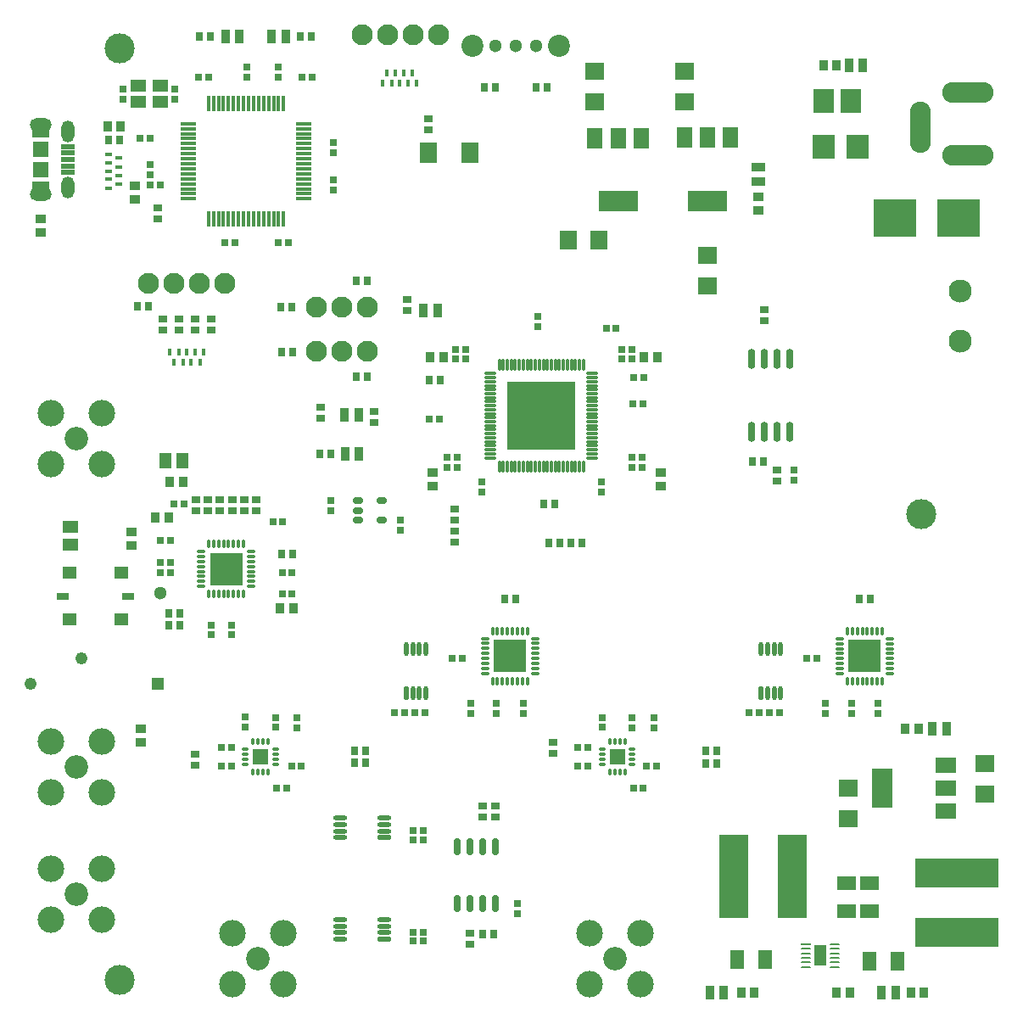
<source format=gts>
G04*
G04 #@! TF.GenerationSoftware,Altium Limited,Altium Designer,21.8.1 (53)*
G04*
G04 Layer_Color=8388736*
%FSLAX44Y44*%
%MOMM*%
G71*
G04*
G04 #@! TF.SameCoordinates,C9995BEE-8401-4B8A-9B38-06C5FF24312F*
G04*
G04*
G04 #@! TF.FilePolarity,Negative*
G04*
G01*
G75*
%ADD20R,3.9000X2.1000*%
%ADD21R,1.6000X2.1000*%
%ADD22R,1.9000X1.8000*%
%ADD23R,0.7500X0.8500*%
%ADD24O,0.3500X1.0000*%
%ADD25O,0.8000X0.3000*%
%ADD26O,0.3000X0.8000*%
%ADD27R,0.7000X0.7000*%
%ADD28R,0.8500X0.7500*%
%ADD29R,0.7000X0.7000*%
%ADD30O,0.7500X1.7500*%
%ADD31O,1.4000X0.5000*%
%ADD32O,0.5000X1.4000*%
%ADD33C,3.0000*%
G04:AMPARAMS|DCode=34|XSize=0.6mm|YSize=1mm|CornerRadius=0.175mm|HoleSize=0mm|Usage=FLASHONLY|Rotation=90.000|XOffset=0mm|YOffset=0mm|HoleType=Round|Shape=RoundedRectangle|*
%AMROUNDEDRECTD34*
21,1,0.6000,0.6500,0,0,90.0*
21,1,0.2500,1.0000,0,0,90.0*
1,1,0.3500,0.3250,0.1250*
1,1,0.3500,0.3250,-0.1250*
1,1,0.3500,-0.3250,-0.1250*
1,1,0.3500,-0.3250,0.1250*
%
%ADD34ROUNDEDRECTD34*%
%ADD35R,1.0500X0.9000*%
%ADD36R,1.3470X1.1890*%
G04:AMPARAMS|DCode=37|XSize=0.5mm|YSize=1.4mm|CornerRadius=0.15mm|HoleSize=0mm|Usage=FLASHONLY|Rotation=270.000|XOffset=0mm|YOffset=0mm|HoleType=Round|Shape=RoundedRectangle|*
%AMROUNDEDRECTD37*
21,1,0.5000,1.1000,0,0,270.0*
21,1,0.2000,1.4000,0,0,270.0*
1,1,0.3000,-0.5500,-0.1000*
1,1,0.3000,-0.5500,0.1000*
1,1,0.3000,0.5500,0.1000*
1,1,0.3000,0.5500,-0.1000*
%
%ADD37ROUNDEDRECTD37*%
G04:AMPARAMS|DCode=38|XSize=0.5mm|YSize=1.4mm|CornerRadius=0.15mm|HoleSize=0mm|Usage=FLASHONLY|Rotation=180.000|XOffset=0mm|YOffset=0mm|HoleType=Round|Shape=RoundedRectangle|*
%AMROUNDEDRECTD38*
21,1,0.5000,1.1000,0,0,180.0*
21,1,0.2000,1.4000,0,0,180.0*
1,1,0.3000,-0.1000,0.5500*
1,1,0.3000,0.1000,0.5500*
1,1,0.3000,0.1000,-0.5500*
1,1,0.3000,-0.1000,-0.5500*
%
%ADD38ROUNDEDRECTD38*%
%ADD39R,1.6000X1.6000*%
%ADD40O,1.0000X0.3500*%
%ADD41R,3.2000X3.2000*%
%ADD42R,0.9000X1.4000*%
%ADD43R,1.4000X0.9000*%
%ADD44R,1.8000X1.9000*%
%ADD45R,1.7000X2.1000*%
%ADD46R,1.5500X1.2500*%
%ADD47R,1.2906X0.7628*%
%ADD48R,0.3000X0.8000*%
%ADD49R,3.2000X3.2000*%
%ADD50R,0.9500X1.1000*%
%ADD51O,1.2500X0.3000*%
%ADD52O,0.3000X1.2500*%
%ADD53R,6.8400X6.8400*%
%ADD54R,1.1000X0.9500*%
%ADD55R,1.2900X1.5700*%
%ADD56R,0.9000X1.0500*%
%ADD57R,2.9000X8.3000*%
%ADD58R,8.3000X2.9000*%
%ADD59R,2.2600X2.3600*%
%ADD60R,2.0500X2.3500*%
%ADD61R,1.4000X1.9000*%
%ADD62R,1.9000X1.4000*%
G04:AMPARAMS|DCode=63|XSize=1.0096mm|YSize=0.1925mm|CornerRadius=0.0962mm|HoleSize=0mm|Usage=FLASHONLY|Rotation=0.000|XOffset=0mm|YOffset=0mm|HoleType=Round|Shape=RoundedRectangle|*
%AMROUNDEDRECTD63*
21,1,1.0096,0.0000,0,0,0.0*
21,1,0.8172,0.1925,0,0,0.0*
1,1,0.1925,0.4086,0.0000*
1,1,0.1925,-0.4086,0.0000*
1,1,0.1925,-0.4086,0.0000*
1,1,0.1925,0.4086,0.0000*
%
%ADD63ROUNDEDRECTD63*%
%ADD64R,1.0096X0.1925*%
%ADD65R,1.3100X2.1200*%
%ADD66R,2.1000X1.6000*%
%ADD67R,2.1000X3.9000*%
%ADD68R,1.4500X0.5000*%
%ADD69R,1.6500X1.6000*%
%ADD70R,0.8000X0.3000*%
%ADD71O,0.4000X1.5500*%
%ADD72O,1.5500X0.4000*%
%ADD73R,1.5500X0.4000*%
%ADD74R,1.5000X1.2500*%
%ADD75O,0.7500X2.0000*%
%ADD76R,4.2418X3.8100*%
%ADD77C,2.1000*%
%ADD78C,2.6500*%
%ADD79C,2.3500*%
%ADD80C,1.2400*%
%ADD81R,1.2400X1.2400*%
%ADD82C,2.2000*%
%ADD83C,1.3000*%
%ADD84O,2.2000X1.3000*%
%ADD85O,1.3000X2.2000*%
%ADD86O,5.1000X2.1000*%
%ADD87O,2.1000X5.1000*%
%ADD88C,2.3000*%
%ADD89C,0.7000*%
G36*
X30245Y817909D02*
X30225Y817648D01*
X30191Y817388D01*
X30143Y817131D01*
X30082Y816876D01*
X30008Y816625D01*
X29920Y816379D01*
X29820Y816137D01*
X29707Y815900D01*
X29583Y815670D01*
X29446Y815447D01*
X29297Y815231D01*
X29138Y815024D01*
X28968Y814825D01*
X28788Y814635D01*
X28598Y814455D01*
X28399Y814285D01*
X28191Y814125D01*
X27975Y813977D01*
X27752Y813840D01*
X27522Y813715D01*
X27286Y813603D01*
X27044Y813503D01*
X26797Y813415D01*
X26546Y813341D01*
X26292Y813280D01*
X26035Y813232D01*
X25775Y813198D01*
X25514Y813177D01*
X25252Y813170D01*
X17752D01*
X17491Y813177D01*
X17230Y813198D01*
X16970Y813232D01*
X16713Y813280D01*
X16458Y813341D01*
X16207Y813415D01*
X15961Y813503D01*
X15719Y813603D01*
X15482Y813715D01*
X15252Y813840D01*
X15029Y813977D01*
X14813Y814125D01*
X14606Y814285D01*
X14407Y814455D01*
X14217Y814635D01*
X14037Y814825D01*
X13867Y815024D01*
X13707Y815231D01*
X13559Y815447D01*
X13422Y815670D01*
X13297Y815900D01*
X13185Y816137D01*
X13084Y816379D01*
X12997Y816625D01*
X12923Y816876D01*
X12862Y817131D01*
X12814Y817388D01*
X12780Y817648D01*
X12759Y817909D01*
X12752Y818170D01*
Y832170D01*
X30252D01*
Y818170D01*
X30245Y817909D01*
D02*
G37*
G36*
X12752Y876170D02*
Y890170D01*
X12759Y890432D01*
X12780Y890693D01*
X12814Y890953D01*
X12862Y891210D01*
X12923Y891464D01*
X12997Y891715D01*
X13084Y891962D01*
X13185Y892204D01*
X13297Y892440D01*
X13422Y892670D01*
X13559Y892894D01*
X13707Y893109D01*
X13867Y893317D01*
X14037Y893516D01*
X14217Y893706D01*
X14407Y893886D01*
X14606Y894056D01*
X14813Y894215D01*
X15029Y894364D01*
X15252Y894501D01*
X15482Y894625D01*
X15719Y894738D01*
X15961Y894838D01*
X16207Y894926D01*
X16458Y895000D01*
X16713Y895061D01*
X16970Y895109D01*
X17230Y895143D01*
X17491Y895163D01*
X17752Y895170D01*
X25252D01*
X25514Y895163D01*
X25775Y895143D01*
X26035Y895109D01*
X26292Y895061D01*
X26546Y895000D01*
X26797Y894926D01*
X27044Y894838D01*
X27286Y894738D01*
X27522Y894625D01*
X27752Y894501D01*
X27975Y894364D01*
X28191Y894215D01*
X28399Y894056D01*
X28598Y893886D01*
X28788Y893706D01*
X28968Y893516D01*
X29138Y893317D01*
X29297Y893109D01*
X29446Y892894D01*
X29583Y892670D01*
X29707Y892440D01*
X29820Y892204D01*
X29920Y891962D01*
X30008Y891715D01*
X30082Y891464D01*
X30143Y891210D01*
X30191Y890953D01*
X30225Y890693D01*
X30245Y890432D01*
X30252Y890170D01*
Y876170D01*
X12752D01*
D02*
G37*
D20*
X597825Y812460D02*
D03*
X687250Y812750D02*
D03*
D21*
X597825Y875460D02*
D03*
X574824D02*
D03*
X620825D02*
D03*
X710250Y875750D02*
D03*
X664250D02*
D03*
X687250D02*
D03*
D22*
X574824Y911755D02*
D03*
Y942255D02*
D03*
X964000Y251000D02*
D03*
Y220500D02*
D03*
X664236Y942255D02*
D03*
Y911755D02*
D03*
X687250Y727590D02*
D03*
Y758090D02*
D03*
X827495Y226790D02*
D03*
Y196290D02*
D03*
D23*
X696398Y264196D02*
D03*
Y251697D02*
D03*
X346109Y264326D02*
D03*
Y251827D02*
D03*
X685398Y251697D02*
D03*
Y264196D02*
D03*
X335109Y251827D02*
D03*
Y264326D02*
D03*
X473500Y81250D02*
D03*
X336230Y733000D02*
D03*
X347230D02*
D03*
X484462Y415423D02*
D03*
X495462D02*
D03*
X311000Y560750D02*
D03*
X300000D02*
D03*
X516179Y926455D02*
D03*
X527179D02*
D03*
X464323Y926455D02*
D03*
X475323D02*
D03*
X523884Y510502D02*
D03*
X534884D02*
D03*
X550685Y471213D02*
D03*
X561685D02*
D03*
X539653D02*
D03*
X528653D02*
D03*
X262000Y460503D02*
D03*
X160811Y400951D02*
D03*
Y388958D02*
D03*
X409110Y634250D02*
D03*
X420110D02*
D03*
X462500Y81250D02*
D03*
X261499Y706480D02*
D03*
X272499D02*
D03*
X149810Y400951D02*
D03*
Y388958D02*
D03*
X273000Y460503D02*
D03*
X100142Y874000D02*
D03*
X89143D02*
D03*
X129385Y707533D02*
D03*
X118385D02*
D03*
X280517Y976984D02*
D03*
X291517D02*
D03*
X191278D02*
D03*
X180278D02*
D03*
X838616Y415423D02*
D03*
X849616D02*
D03*
X742586Y552662D02*
D03*
X731586D02*
D03*
X273002Y661881D02*
D03*
X262002D02*
D03*
X336230Y637780D02*
D03*
X347230D02*
D03*
D24*
X841611Y333577D02*
D03*
X846611D02*
D03*
X487493Y333696D02*
D03*
X492493D02*
D03*
X472493D02*
D03*
X826611Y383477D02*
D03*
X831611D02*
D03*
X477493Y383596D02*
D03*
X472493D02*
D03*
X482493D02*
D03*
X487493D02*
D03*
X492493D02*
D03*
X497493D02*
D03*
X502493D02*
D03*
X507493D02*
D03*
X477493Y333696D02*
D03*
X482493D02*
D03*
X497493D02*
D03*
X502493D02*
D03*
X507493D02*
D03*
X826611Y333577D02*
D03*
X224081Y470538D02*
D03*
X219081D02*
D03*
X214081D02*
D03*
X209081D02*
D03*
X204081D02*
D03*
X199081D02*
D03*
X194081D02*
D03*
X189081D02*
D03*
Y420638D02*
D03*
X194081D02*
D03*
X199081D02*
D03*
X204081D02*
D03*
X209081D02*
D03*
X214081D02*
D03*
X219081D02*
D03*
X224081D02*
D03*
X836611Y383477D02*
D03*
X841611D02*
D03*
X846611D02*
D03*
X851611D02*
D03*
X856611D02*
D03*
X861611D02*
D03*
X831611Y333577D02*
D03*
X836611D02*
D03*
X851611D02*
D03*
X856611D02*
D03*
X861611D02*
D03*
D25*
X612013Y255448D02*
D03*
Y260448D02*
D03*
X255874Y255567D02*
D03*
Y260567D02*
D03*
X612013Y265448D02*
D03*
X255874Y265567D02*
D03*
X582013Y260448D02*
D03*
X225874Y260567D02*
D03*
X582013Y250448D02*
D03*
Y255448D02*
D03*
Y265448D02*
D03*
X612013Y250448D02*
D03*
X225874Y250567D02*
D03*
Y255567D02*
D03*
Y265567D02*
D03*
X255874Y250567D02*
D03*
D26*
X599513Y242948D02*
D03*
X604513D02*
D03*
X243374Y243067D02*
D03*
X248374D02*
D03*
X589513Y272948D02*
D03*
X594513D02*
D03*
X599513D02*
D03*
X604513D02*
D03*
X594513Y242948D02*
D03*
X589513D02*
D03*
X233374Y273067D02*
D03*
X238374D02*
D03*
X243374D02*
D03*
X248374D02*
D03*
X238374Y243067D02*
D03*
X233374D02*
D03*
D27*
X613013Y226757D02*
D03*
X257000Y226750D02*
D03*
X267000D02*
D03*
X393283Y74062D02*
D03*
X403283D02*
D03*
X384403Y301924D02*
D03*
X374403D02*
D03*
X403283Y175454D02*
D03*
X393283D02*
D03*
Y83080D02*
D03*
X403283D02*
D03*
X394936Y301924D02*
D03*
X404936D02*
D03*
X393268Y184524D02*
D03*
X403268D02*
D03*
X623013Y226757D02*
D03*
X636250Y249000D02*
D03*
X626250D02*
D03*
X271920Y248876D02*
D03*
X281920D02*
D03*
X557843Y248757D02*
D03*
X567843D02*
D03*
X211704Y248876D02*
D03*
X201704D02*
D03*
X557843Y267069D02*
D03*
X567843D02*
D03*
X211704Y267188D02*
D03*
X201704D02*
D03*
X442036Y356146D02*
D03*
X432036D02*
D03*
X759054Y301805D02*
D03*
X749054D02*
D03*
X728521D02*
D03*
X738521D02*
D03*
X419610Y594651D02*
D03*
X409610D02*
D03*
X179077Y936620D02*
D03*
X189077D02*
D03*
X130933Y829170D02*
D03*
X140933D02*
D03*
X141005Y473587D02*
D03*
X151005D02*
D03*
X151051Y441560D02*
D03*
X141051D02*
D03*
X141005Y452088D02*
D03*
X151005D02*
D03*
X154485Y510544D02*
D03*
X164485D02*
D03*
X253286Y492250D02*
D03*
X263286D02*
D03*
X272499Y441560D02*
D03*
X262499D02*
D03*
Y420323D02*
D03*
X272499D02*
D03*
X612953Y610270D02*
D03*
X622953D02*
D03*
X215485Y770878D02*
D03*
X205485D02*
D03*
X259002D02*
D03*
X269002D02*
D03*
X130934Y874921D02*
D03*
X120934D02*
D03*
X282727Y936620D02*
D03*
X292727D02*
D03*
X796154Y356027D02*
D03*
X786154D02*
D03*
X595897Y685896D02*
D03*
X585897D02*
D03*
X623226Y636560D02*
D03*
X613226D02*
D03*
D28*
X475151Y209262D02*
D03*
X532593Y261198D02*
D03*
X175491Y260567D02*
D03*
X434716Y505301D02*
D03*
Y494301D02*
D03*
X175491Y249567D02*
D03*
X532593Y272198D02*
D03*
X408345Y894977D02*
D03*
Y883977D02*
D03*
X434716Y483333D02*
D03*
Y472333D02*
D03*
X387137Y703139D02*
D03*
Y714139D02*
D03*
X236580Y503370D02*
D03*
X224580D02*
D03*
X212580Y503370D02*
D03*
X200580Y503370D02*
D03*
X188580D02*
D03*
X176580D02*
D03*
X138699Y806255D02*
D03*
Y795255D02*
D03*
X354500Y591900D02*
D03*
Y602900D02*
D03*
X300750Y606896D02*
D03*
Y595896D02*
D03*
X449751Y70762D02*
D03*
Y81762D02*
D03*
X462451Y209262D02*
D03*
Y198262D02*
D03*
X475151Y198262D02*
D03*
X212580Y514370D02*
D03*
X200580Y514370D02*
D03*
X236580D02*
D03*
X224580D02*
D03*
X188580D02*
D03*
X176580D02*
D03*
X143410Y683775D02*
D03*
Y694775D02*
D03*
X159410Y683775D02*
D03*
Y694775D02*
D03*
X175410Y683775D02*
D03*
Y694775D02*
D03*
X191409Y683775D02*
D03*
Y694775D02*
D03*
X756850Y544043D02*
D03*
Y533043D02*
D03*
X744150Y704000D02*
D03*
Y693000D02*
D03*
D29*
X633430Y287131D02*
D03*
X277291Y287250D02*
D03*
X380299Y494433D02*
D03*
Y484433D02*
D03*
X310727Y513564D02*
D03*
Y503564D02*
D03*
X277291Y297250D02*
D03*
X255874Y287406D02*
D03*
Y297406D02*
D03*
X225874Y297567D02*
D03*
Y287567D02*
D03*
X633430Y297131D02*
D03*
X612013Y287287D02*
D03*
Y297287D02*
D03*
X582013Y297448D02*
D03*
Y287448D02*
D03*
X503248Y301178D02*
D03*
Y311178D02*
D03*
X476648Y301178D02*
D03*
Y311178D02*
D03*
X450671Y301178D02*
D03*
Y311178D02*
D03*
X857366Y301059D02*
D03*
Y311059D02*
D03*
X445496Y654902D02*
D03*
Y664902D02*
D03*
X497493Y111760D02*
D03*
Y101760D02*
D03*
X437036Y546590D02*
D03*
Y556590D02*
D03*
X427155Y556590D02*
D03*
Y546590D02*
D03*
X461979Y522473D02*
D03*
Y532473D02*
D03*
X212420Y379708D02*
D03*
Y389708D02*
D03*
X191679Y379708D02*
D03*
Y389708D02*
D03*
X130933Y849170D02*
D03*
Y839170D02*
D03*
X103673Y924564D02*
D03*
Y914564D02*
D03*
X155557Y924564D02*
D03*
Y914564D02*
D03*
X227587Y936620D02*
D03*
Y946620D02*
D03*
X313502Y823920D02*
D03*
Y833920D02*
D03*
X313502Y860806D02*
D03*
Y870806D02*
D03*
X259007Y946620D02*
D03*
Y936620D02*
D03*
X830766Y311059D02*
D03*
Y301059D02*
D03*
X804789Y311059D02*
D03*
Y301059D02*
D03*
X611470Y664902D02*
D03*
Y654902D02*
D03*
X601420D02*
D03*
Y664902D02*
D03*
X773500Y544293D02*
D03*
Y534293D02*
D03*
X517916Y687700D02*
D03*
Y697700D02*
D03*
X581170Y532473D02*
D03*
Y522473D02*
D03*
X621470Y546590D02*
D03*
Y556590D02*
D03*
X611470Y546590D02*
D03*
Y556590D02*
D03*
X435231Y654902D02*
D03*
Y664902D02*
D03*
D30*
X437051Y111762D02*
D03*
X449751Y168262D02*
D03*
Y111762D02*
D03*
X462451D02*
D03*
X475151D02*
D03*
X437051Y168262D02*
D03*
X462451D02*
D03*
X475151D02*
D03*
D31*
X364559Y95577D02*
D03*
Y89077D02*
D03*
Y196969D02*
D03*
Y190469D02*
D03*
Y82577D02*
D03*
X320559Y76077D02*
D03*
Y82577D02*
D03*
Y89077D02*
D03*
Y95577D02*
D03*
X364559Y183969D02*
D03*
X320559Y177469D02*
D03*
Y183969D02*
D03*
Y190469D02*
D03*
Y196969D02*
D03*
D32*
X399421Y321899D02*
D03*
X405921D02*
D03*
Y365899D02*
D03*
X399421D02*
D03*
X392921D02*
D03*
X386421D02*
D03*
X392921Y321899D02*
D03*
X760039Y321780D02*
D03*
X753539D02*
D03*
X747039D02*
D03*
X740539Y365780D02*
D03*
X747039D02*
D03*
X753539D02*
D03*
X760039D02*
D03*
D33*
X100000Y35000D02*
D03*
Y965000D02*
D03*
X900000Y500000D02*
D03*
D34*
X338256Y494550D02*
D03*
X362256D02*
D03*
X338256Y504050D02*
D03*
Y513550D02*
D03*
X362256D02*
D03*
D35*
X121368Y272884D02*
D03*
Y285884D02*
D03*
X737726Y803500D02*
D03*
Y816500D02*
D03*
D36*
X101750Y395410D02*
D03*
X50750D02*
D03*
X101750Y441590D02*
D03*
X50750D02*
D03*
D37*
X364559Y76077D02*
D03*
Y177469D02*
D03*
D38*
X386421Y321899D02*
D03*
X740539Y321780D02*
D03*
D39*
X597013Y257948D02*
D03*
X240874Y258067D02*
D03*
D40*
X465043Y376146D02*
D03*
Y371146D02*
D03*
Y366146D02*
D03*
Y361146D02*
D03*
Y356146D02*
D03*
Y351146D02*
D03*
Y346146D02*
D03*
Y341146D02*
D03*
X514943D02*
D03*
Y346146D02*
D03*
Y351146D02*
D03*
Y356146D02*
D03*
Y361146D02*
D03*
Y366146D02*
D03*
Y371146D02*
D03*
Y376146D02*
D03*
X231531Y463088D02*
D03*
Y458088D02*
D03*
Y453088D02*
D03*
Y448088D02*
D03*
Y443088D02*
D03*
Y438088D02*
D03*
Y433088D02*
D03*
Y428088D02*
D03*
X181631Y463088D02*
D03*
Y458088D02*
D03*
Y453088D02*
D03*
Y448088D02*
D03*
Y443088D02*
D03*
Y438088D02*
D03*
Y433088D02*
D03*
Y428088D02*
D03*
X819161Y376027D02*
D03*
Y371027D02*
D03*
Y366027D02*
D03*
Y361027D02*
D03*
Y356027D02*
D03*
Y351027D02*
D03*
Y346027D02*
D03*
Y341027D02*
D03*
X869061D02*
D03*
Y346027D02*
D03*
Y351027D02*
D03*
Y356027D02*
D03*
Y361027D02*
D03*
Y366027D02*
D03*
Y371027D02*
D03*
Y376027D02*
D03*
D41*
X489993Y358646D02*
D03*
X844111Y358527D02*
D03*
D42*
X325250Y560750D02*
D03*
X339250D02*
D03*
X403791Y703224D02*
D03*
X417790D02*
D03*
X324948Y599343D02*
D03*
X338948D02*
D03*
X925599Y285750D02*
D03*
X911599D02*
D03*
X689398Y22740D02*
D03*
X703398D02*
D03*
X860737Y22971D02*
D03*
X874737D02*
D03*
X842150Y947900D02*
D03*
X828150D02*
D03*
X266022Y976984D02*
D03*
X252022D02*
D03*
X205778D02*
D03*
X219778D02*
D03*
D43*
X737726Y832500D02*
D03*
Y846500D02*
D03*
D44*
X548192Y773963D02*
D03*
X578692D02*
D03*
D45*
X450345Y860977D02*
D03*
X408345D02*
D03*
D46*
X50875Y469996D02*
D03*
Y487496D02*
D03*
D47*
X108738Y418500D02*
D03*
X43762D02*
D03*
D48*
X379773Y930321D02*
D03*
X362773D02*
D03*
X371773D02*
D03*
X387773D02*
D03*
X396773D02*
D03*
X392773Y940321D02*
D03*
X383773D02*
D03*
X375773D02*
D03*
X366773D02*
D03*
X180409Y652155D02*
D03*
X171409D02*
D03*
X163409D02*
D03*
X154409D02*
D03*
X150409Y662155D02*
D03*
X159409D02*
D03*
X175409D02*
D03*
X184409D02*
D03*
X167409D02*
D03*
D49*
X206581Y445588D02*
D03*
D50*
X101549Y887540D02*
D03*
X88049D02*
D03*
X424110Y656902D02*
D03*
X410610D02*
D03*
X149755Y496455D02*
D03*
X136255D02*
D03*
X164081Y532262D02*
D03*
X150581D02*
D03*
X260750Y406458D02*
D03*
X274250D02*
D03*
X623770Y656880D02*
D03*
X637270D02*
D03*
D51*
X470245Y640500D02*
D03*
Y636500D02*
D03*
Y632500D02*
D03*
Y628500D02*
D03*
Y624500D02*
D03*
Y620500D02*
D03*
Y616500D02*
D03*
Y612500D02*
D03*
Y608500D02*
D03*
Y604500D02*
D03*
Y600500D02*
D03*
Y596500D02*
D03*
Y592500D02*
D03*
Y588500D02*
D03*
Y584500D02*
D03*
Y580500D02*
D03*
Y576500D02*
D03*
Y572500D02*
D03*
Y568500D02*
D03*
Y564500D02*
D03*
Y560500D02*
D03*
Y556500D02*
D03*
X572245D02*
D03*
Y560500D02*
D03*
Y564500D02*
D03*
Y568500D02*
D03*
Y572500D02*
D03*
Y576500D02*
D03*
Y580500D02*
D03*
Y584500D02*
D03*
Y588500D02*
D03*
Y592500D02*
D03*
Y596500D02*
D03*
Y600500D02*
D03*
Y604500D02*
D03*
Y608500D02*
D03*
Y612500D02*
D03*
Y616500D02*
D03*
Y620500D02*
D03*
Y624500D02*
D03*
Y628500D02*
D03*
Y632500D02*
D03*
Y636500D02*
D03*
Y640500D02*
D03*
D52*
X479245Y547500D02*
D03*
X483245D02*
D03*
X487245D02*
D03*
X491245D02*
D03*
X495245D02*
D03*
X499245D02*
D03*
X503245D02*
D03*
X507245D02*
D03*
X511245D02*
D03*
X515245D02*
D03*
X519245D02*
D03*
X523245D02*
D03*
X527245D02*
D03*
X531245D02*
D03*
X551245D02*
D03*
X555245D02*
D03*
X559245D02*
D03*
X563245D02*
D03*
Y649500D02*
D03*
X559245D02*
D03*
X555245D02*
D03*
X551245D02*
D03*
X547245D02*
D03*
X543245D02*
D03*
X539245D02*
D03*
X535245D02*
D03*
X531245D02*
D03*
X527245D02*
D03*
X523245D02*
D03*
X519245D02*
D03*
X515245D02*
D03*
X511245D02*
D03*
X507245D02*
D03*
X503245D02*
D03*
X499245D02*
D03*
X495245D02*
D03*
X491245D02*
D03*
X487245D02*
D03*
X483245D02*
D03*
X479245D02*
D03*
X547245Y547500D02*
D03*
X543245D02*
D03*
X539245D02*
D03*
X535245D02*
D03*
D53*
X521245Y598500D02*
D03*
D54*
X412901Y541496D02*
D03*
Y527996D02*
D03*
X112495Y482830D02*
D03*
Y469330D02*
D03*
X21527Y781501D02*
D03*
Y795001D02*
D03*
X115227Y827688D02*
D03*
Y814188D02*
D03*
X640070Y527996D02*
D03*
Y541496D02*
D03*
D55*
X163035Y553260D02*
D03*
X145935D02*
D03*
D56*
X897543Y285746D02*
D03*
X884543D02*
D03*
X733950Y22740D02*
D03*
X720950D02*
D03*
X889875D02*
D03*
X902875D02*
D03*
X815650Y947900D02*
D03*
X802650D02*
D03*
X828875Y22493D02*
D03*
X815875D02*
D03*
D57*
X772000Y138500D02*
D03*
X713000D02*
D03*
D58*
X936061Y142095D02*
D03*
Y83095D02*
D03*
D59*
X837152Y866598D02*
D03*
X802652D02*
D03*
D60*
X802650Y912950D02*
D03*
X830150D02*
D03*
D61*
X876817Y53721D02*
D03*
X848818D02*
D03*
X716947Y55709D02*
D03*
X744948D02*
D03*
D62*
X849016Y131907D02*
D03*
Y103907D02*
D03*
X825995Y131907D02*
D03*
Y103907D02*
D03*
D63*
X814176Y70875D02*
D03*
Y66375D02*
D03*
Y61875D02*
D03*
Y57375D02*
D03*
Y52875D02*
D03*
Y48375D02*
D03*
X785151D02*
D03*
Y52875D02*
D03*
Y57375D02*
D03*
Y61875D02*
D03*
Y66375D02*
D03*
D64*
Y70875D02*
D03*
D65*
X799663Y59625D02*
D03*
D66*
X924750Y203790D02*
D03*
Y249790D02*
D03*
Y226790D02*
D03*
D67*
X861750D02*
D03*
D68*
X48502Y867170D02*
D03*
Y860670D02*
D03*
Y854170D02*
D03*
Y847670D02*
D03*
Y841170D02*
D03*
D69*
X21502Y864170D02*
D03*
Y844170D02*
D03*
D70*
X99727Y855421D02*
D03*
Y846421D02*
D03*
Y838421D02*
D03*
Y829421D02*
D03*
X89727Y825421D02*
D03*
Y834421D02*
D03*
Y850421D02*
D03*
Y859421D02*
D03*
Y842421D02*
D03*
D71*
X189002Y909670D02*
D03*
X194002D02*
D03*
X199002D02*
D03*
X204002D02*
D03*
X209002D02*
D03*
X214002D02*
D03*
X219002D02*
D03*
X224002D02*
D03*
X229002D02*
D03*
X234002D02*
D03*
X239002D02*
D03*
X244002D02*
D03*
X249002D02*
D03*
X254002D02*
D03*
X259002D02*
D03*
X264002D02*
D03*
Y795170D02*
D03*
X259002D02*
D03*
X254002D02*
D03*
X249002D02*
D03*
X244002D02*
D03*
X239002D02*
D03*
X234002D02*
D03*
X229002D02*
D03*
X224002D02*
D03*
X219002D02*
D03*
X214002D02*
D03*
X209002D02*
D03*
X204002D02*
D03*
X199002D02*
D03*
X194002D02*
D03*
X189002D02*
D03*
D72*
X283752Y889920D02*
D03*
Y884920D02*
D03*
Y879920D02*
D03*
Y874920D02*
D03*
Y869920D02*
D03*
Y864920D02*
D03*
Y859920D02*
D03*
Y854920D02*
D03*
Y849920D02*
D03*
Y844920D02*
D03*
Y839920D02*
D03*
Y834920D02*
D03*
Y829920D02*
D03*
Y824920D02*
D03*
Y819920D02*
D03*
Y814920D02*
D03*
X169252D02*
D03*
Y819920D02*
D03*
Y824920D02*
D03*
Y829920D02*
D03*
Y834920D02*
D03*
Y839920D02*
D03*
Y844920D02*
D03*
Y849920D02*
D03*
Y854920D02*
D03*
Y859920D02*
D03*
Y864920D02*
D03*
Y869920D02*
D03*
Y874920D02*
D03*
Y879920D02*
D03*
Y884920D02*
D03*
D73*
Y889920D02*
D03*
D74*
X140601Y911473D02*
D03*
X118601D02*
D03*
Y927473D02*
D03*
X140601D02*
D03*
D75*
X769550Y655000D02*
D03*
X756850D02*
D03*
X744150D02*
D03*
X731450D02*
D03*
X769550Y582000D02*
D03*
X756850D02*
D03*
X744150D02*
D03*
X731450D02*
D03*
D76*
X937877Y796000D02*
D03*
X874123D02*
D03*
D77*
X347225Y662480D02*
D03*
X296425D02*
D03*
X321825D02*
D03*
X347225Y706480D02*
D03*
X296425D02*
D03*
X321825D02*
D03*
X393000Y978750D02*
D03*
X418400D02*
D03*
X342200D02*
D03*
X367600D02*
D03*
X154817Y730832D02*
D03*
X129417D02*
D03*
X205617D02*
D03*
X180217D02*
D03*
D78*
X82300Y222667D02*
D03*
X31500D02*
D03*
Y273467D02*
D03*
X82300D02*
D03*
Y95600D02*
D03*
X31500D02*
D03*
Y146400D02*
D03*
X82300D02*
D03*
Y550150D02*
D03*
X31500D02*
D03*
Y600950D02*
D03*
X82300D02*
D03*
X569110Y82150D02*
D03*
Y31350D02*
D03*
X619910D02*
D03*
Y82150D02*
D03*
X212970D02*
D03*
Y31350D02*
D03*
X263770D02*
D03*
Y82150D02*
D03*
D79*
X56900Y248067D02*
D03*
Y121000D02*
D03*
Y575550D02*
D03*
X594510Y56750D02*
D03*
X238370D02*
D03*
D80*
X62250Y356700D02*
D03*
X11450Y331300D02*
D03*
D81*
X138450D02*
D03*
D82*
X452276Y967962D02*
D03*
X539276D02*
D03*
D83*
X515776D02*
D03*
X475776D02*
D03*
X495776D02*
D03*
X140943Y421588D02*
D03*
D84*
X21502Y889170D02*
D03*
Y819170D02*
D03*
D85*
X48502Y826070D02*
D03*
Y882270D02*
D03*
D86*
X947328Y858039D02*
D03*
Y921039D02*
D03*
D87*
X899329Y886039D02*
D03*
D88*
X939750Y673250D02*
D03*
Y723250D02*
D03*
D89*
X217581Y434588D02*
D03*
X206581D02*
D03*
X195581D02*
D03*
X217581Y445588D02*
D03*
X206581D02*
D03*
X195581D02*
D03*
X217581Y456588D02*
D03*
X206581D02*
D03*
X195581D02*
D03*
X240874Y258067D02*
D03*
X597013Y257948D02*
D03*
X500993Y369646D02*
D03*
Y358646D02*
D03*
Y347646D02*
D03*
X489993Y369646D02*
D03*
Y358646D02*
D03*
Y347646D02*
D03*
X478993Y369646D02*
D03*
Y358646D02*
D03*
Y347646D02*
D03*
X855111Y369527D02*
D03*
Y358527D02*
D03*
Y347527D02*
D03*
X844111Y369527D02*
D03*
Y358527D02*
D03*
Y347527D02*
D03*
X833111Y369527D02*
D03*
Y358527D02*
D03*
Y347527D02*
D03*
X493745Y626000D02*
D03*
X504745D02*
D03*
X515745D02*
D03*
X526745D02*
D03*
X537745D02*
D03*
X548745D02*
D03*
X493745Y615000D02*
D03*
X504745D02*
D03*
X515745D02*
D03*
X526745D02*
D03*
X537745D02*
D03*
X548745D02*
D03*
X493745Y604000D02*
D03*
X504745D02*
D03*
X515745D02*
D03*
X526745D02*
D03*
X537745D02*
D03*
X548745D02*
D03*
X493745Y593000D02*
D03*
X504745D02*
D03*
X515745D02*
D03*
X526745D02*
D03*
X537745D02*
D03*
X548745D02*
D03*
X493745Y582000D02*
D03*
X504745D02*
D03*
X515745D02*
D03*
X526745D02*
D03*
X537745D02*
D03*
X548745D02*
D03*
X493745Y571000D02*
D03*
X504745D02*
D03*
X515745D02*
D03*
X526745D02*
D03*
X537745D02*
D03*
X548745D02*
D03*
M02*

</source>
